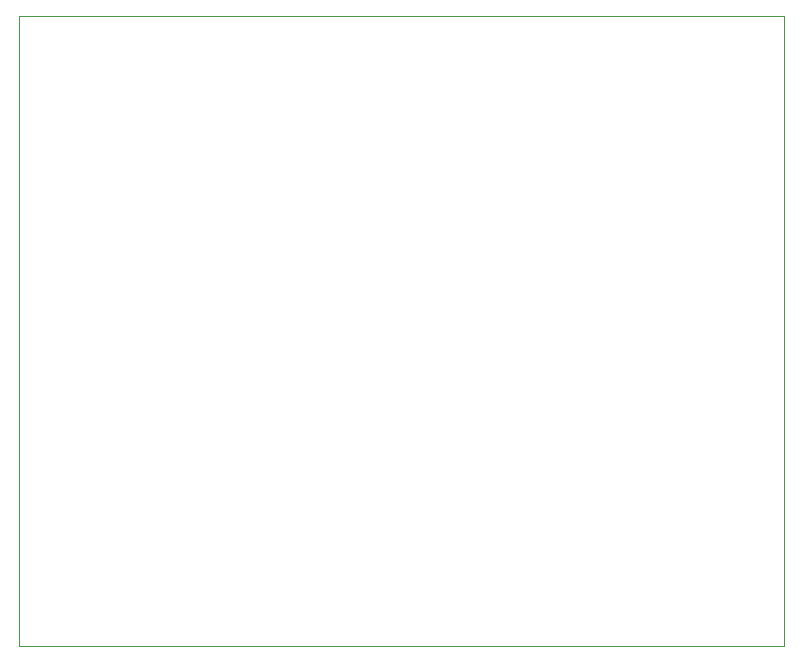
<source format=gbr>
%TF.GenerationSoftware,KiCad,Pcbnew,(5.1.6)-1*%
%TF.CreationDate,2021-02-01T23:58:11+01:00*%
%TF.ProjectId,TEST,54455354-2e6b-4696-9361-645f70636258,rev?*%
%TF.SameCoordinates,Original*%
%TF.FileFunction,Profile,NP*%
%FSLAX46Y46*%
G04 Gerber Fmt 4.6, Leading zero omitted, Abs format (unit mm)*
G04 Created by KiCad (PCBNEW (5.1.6)-1) date 2021-02-01 23:58:11*
%MOMM*%
%LPD*%
G01*
G04 APERTURE LIST*
%TA.AperFunction,Profile*%
%ADD10C,0.050000*%
%TD*%
G04 APERTURE END LIST*
D10*
X161290000Y-60960000D02*
X96520000Y-60960000D01*
X161290000Y-114300000D02*
X161290000Y-60960000D01*
X96520000Y-114300000D02*
X161290000Y-114300000D01*
X96520000Y-60960000D02*
X96520000Y-114300000D01*
M02*

</source>
